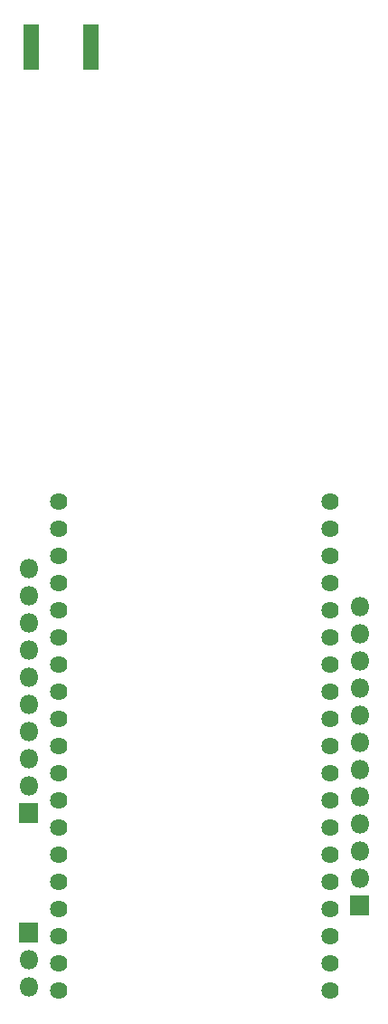
<source format=gbs>
G04 #@! TF.GenerationSoftware,KiCad,Pcbnew,5.1.9+dfsg1-1+deb11u1*
G04 #@! TF.CreationDate,2023-03-18T22:01:19+02:00*
G04 #@! TF.ProjectId,lora_tracker_wide,6c6f7261-5f74-4726-9163-6b65725f7769,rev?*
G04 #@! TF.SameCoordinates,Original*
G04 #@! TF.FileFunction,Soldermask,Bot*
G04 #@! TF.FilePolarity,Negative*
%FSLAX46Y46*%
G04 Gerber Fmt 4.6, Leading zero omitted, Abs format (unit mm)*
G04 Created by KiCad (PCBNEW 5.1.9+dfsg1-1+deb11u1) date 2023-03-18 22:01:19*
%MOMM*%
%LPD*%
G01*
G04 APERTURE LIST*
%ADD10O,1.802000X1.802000*%
%ADD11C,1.626000*%
G04 APERTURE END LIST*
G36*
G01*
X85847000Y-43620000D02*
X85847000Y-47820000D01*
G75*
G02*
X85796000Y-47871000I-51000J0D01*
G01*
X84446000Y-47871000D01*
G75*
G02*
X84395000Y-47820000I0J51000D01*
G01*
X84395000Y-43620000D01*
G75*
G02*
X84446000Y-43569000I51000J0D01*
G01*
X85796000Y-43569000D01*
G75*
G02*
X85847000Y-43620000I0J-51000D01*
G01*
G37*
G36*
G01*
X80197000Y-43620000D02*
X80197000Y-47820000D01*
G75*
G02*
X80146000Y-47871000I-51000J0D01*
G01*
X78796000Y-47871000D01*
G75*
G02*
X78745000Y-47820000I0J51000D01*
G01*
X78745000Y-43620000D01*
G75*
G02*
X78796000Y-43569000I51000J0D01*
G01*
X80146000Y-43569000D01*
G75*
G02*
X80197000Y-43620000I0J-51000D01*
G01*
G37*
G36*
G01*
X80149000Y-116498000D02*
X80149000Y-118198000D01*
G75*
G02*
X80098000Y-118249000I-51000J0D01*
G01*
X78398000Y-118249000D01*
G75*
G02*
X78347000Y-118198000I0J51000D01*
G01*
X78347000Y-116498000D01*
G75*
G02*
X78398000Y-116447000I51000J0D01*
G01*
X80098000Y-116447000D01*
G75*
G02*
X80149000Y-116498000I0J-51000D01*
G01*
G37*
D10*
X79248000Y-114808000D03*
X79248000Y-112268000D03*
X79248000Y-109728000D03*
X79248000Y-107188000D03*
X79248000Y-104648000D03*
X79248000Y-102108000D03*
X79248000Y-99568000D03*
X79248000Y-97028000D03*
X79248000Y-94488000D03*
G36*
G01*
X111137000Y-125134000D02*
X111137000Y-126834000D01*
G75*
G02*
X111086000Y-126885000I-51000J0D01*
G01*
X109386000Y-126885000D01*
G75*
G02*
X109335000Y-126834000I0J51000D01*
G01*
X109335000Y-125134000D01*
G75*
G02*
X109386000Y-125083000I51000J0D01*
G01*
X111086000Y-125083000D01*
G75*
G02*
X111137000Y-125134000I0J-51000D01*
G01*
G37*
X110236000Y-123444000D03*
X110236000Y-120904000D03*
X110236000Y-118364000D03*
X110236000Y-115824000D03*
X110236000Y-113284000D03*
X110236000Y-110744000D03*
X110236000Y-108204000D03*
X110236000Y-105664000D03*
X110236000Y-103124000D03*
X110236000Y-100584000D03*
X110236000Y-98044000D03*
G36*
G01*
X78347000Y-129374000D02*
X78347000Y-127674000D01*
G75*
G02*
X78398000Y-127623000I51000J0D01*
G01*
X80098000Y-127623000D01*
G75*
G02*
X80149000Y-127674000I0J-51000D01*
G01*
X80149000Y-129374000D01*
G75*
G02*
X80098000Y-129425000I-51000J0D01*
G01*
X78398000Y-129425000D01*
G75*
G02*
X78347000Y-129374000I0J51000D01*
G01*
G37*
X79248000Y-131064000D03*
X79248000Y-133604000D03*
D11*
X82042000Y-88265000D03*
X82042000Y-90805000D03*
X82042000Y-93345000D03*
X82042000Y-95885000D03*
X82042000Y-98425000D03*
X82042000Y-100965000D03*
X82042000Y-103505000D03*
X82042000Y-106045000D03*
X82042000Y-108585000D03*
X82042000Y-111125000D03*
X82042000Y-113665000D03*
X82042000Y-116205000D03*
X82042000Y-118745000D03*
X82042000Y-121285000D03*
X82042000Y-123825000D03*
X82042000Y-126365000D03*
X82042000Y-128905000D03*
X82042000Y-131445000D03*
X107442000Y-133985000D03*
X107442000Y-131445000D03*
X107442000Y-128905000D03*
X107442000Y-126365000D03*
X107442000Y-123825000D03*
X107442000Y-121285000D03*
X107442000Y-118745000D03*
X107442000Y-116205000D03*
X107442000Y-113665000D03*
X107442000Y-111125000D03*
X107442000Y-108585000D03*
X107442000Y-106045000D03*
X107442000Y-103505000D03*
X107442000Y-100965000D03*
X107442000Y-98425000D03*
X107442000Y-95885000D03*
X107442000Y-93345000D03*
X107442000Y-90805000D03*
X82042000Y-133985000D03*
X107442000Y-88265000D03*
M02*

</source>
